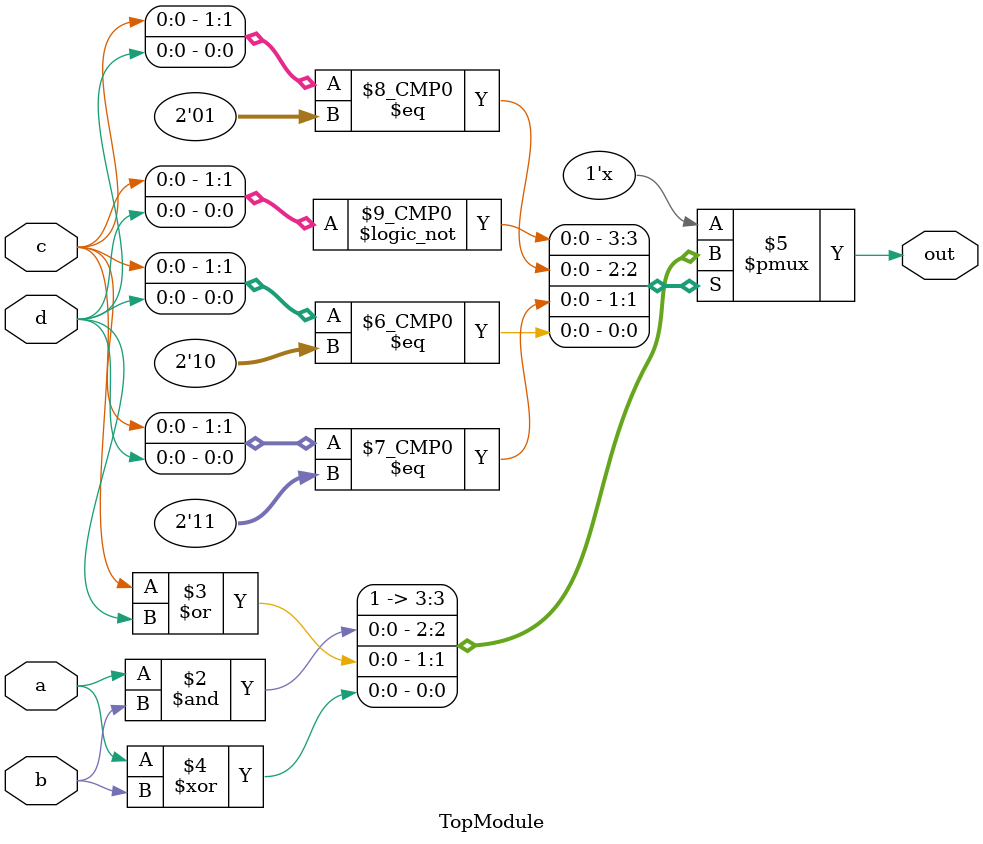
<source format=sv>

module TopModule (
    input a,
    input b,
    input c,
    input d,
    output reg out
);

always @ (*) begin
    case({c, d})
        2'b00: out = 1'b1;
        2'b01: out = a & b;
        2'b11: out = c | d;
        2'b10: out = a ^ b;
    endcase
end

endmodule
</source>
